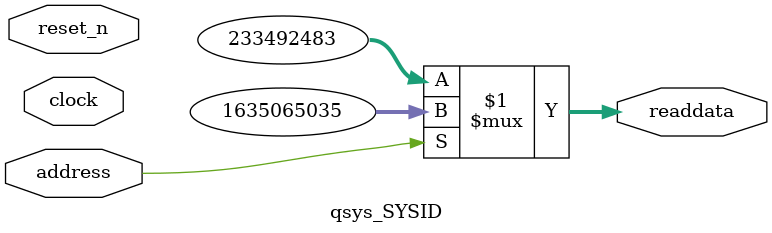
<source format=v>



// synthesis translate_off
`timescale 1ns / 1ps
// synthesis translate_on

// turn off superfluous verilog processor warnings 
// altera message_level Level1 
// altera message_off 10034 10035 10036 10037 10230 10240 10030 

module qsys_SYSID (
               // inputs:
                address,
                clock,
                reset_n,

               // outputs:
                readdata
             )
;

  output  [ 31: 0] readdata;
  input            address;
  input            clock;
  input            reset_n;

  wire    [ 31: 0] readdata;
  //control_slave, which is an e_avalon_slave
  assign readdata = address ? 1635065035 : 233492483;

endmodule



</source>
